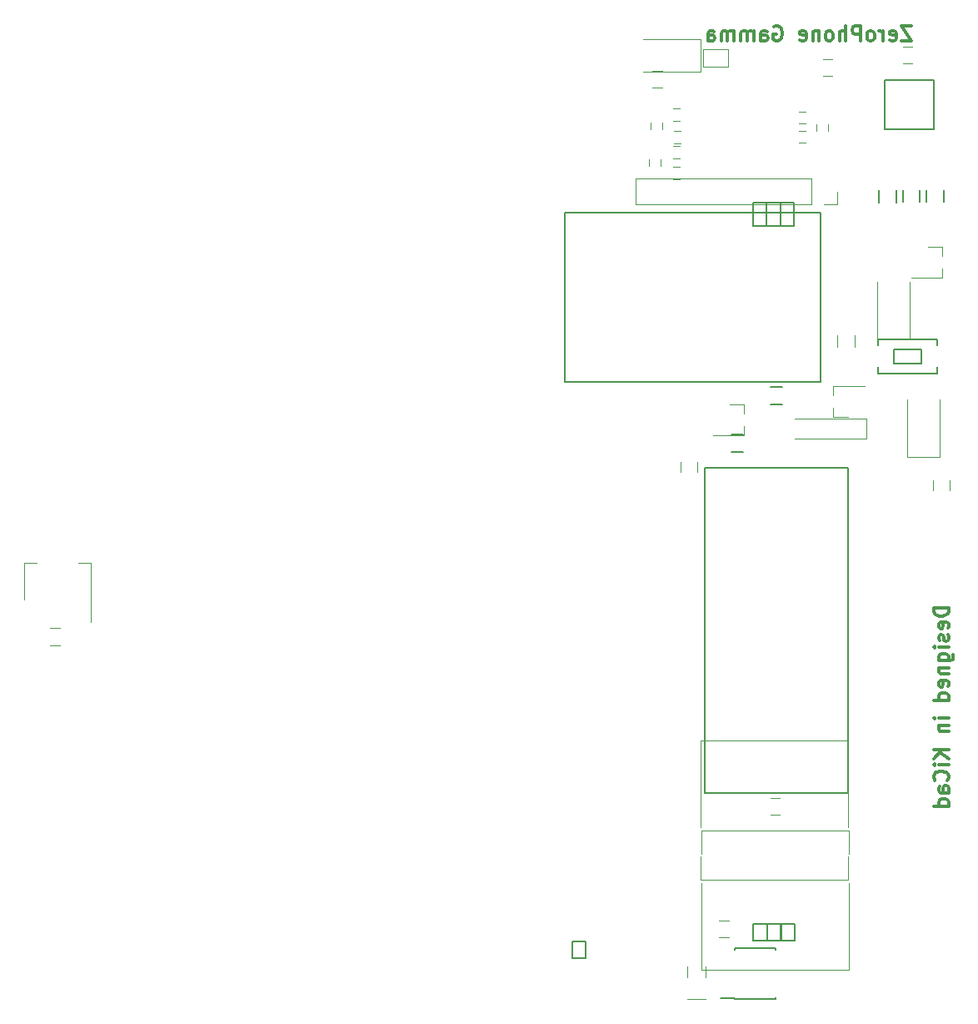
<source format=gbo>
%MOIN*%
%OFA0B0*%
%FSLAX46Y46*%
%IPPOS*%
%LPD*%
%ADD10C,0.0039370078740157488*%
%ADD11C,0.011811023622047244*%
%ADD12C,0.005905511811023622*%
%ADD13C,0.0047244094488188976*%
%ADD24C,0.0078740157480314977*%
%ADD25C,0.0078740157480314977*%
%ADD26C,0.0078740157480314977*%
%ADD27C,0.0078740157480314977*%
%ADD28C,0.0047244094488188976*%
%ADD29C,0.005905511811023622*%
%ADD30C,0.0078740157480314977*%
%ADD31C,0.0078740157480314977*%
%ADD32C,0.0078740157480314977*%
%LPD*%
G01G01*
D10*
D11*
X0003877061Y0001590323D02*
X0003818006Y0001590323D01*
X0003818006Y0001576263D01*
X0003820818Y0001567826D01*
X0003826443Y0001562202D01*
X0003832067Y0001559390D01*
X0003843316Y0001556578D01*
X0003851752Y0001556578D01*
X0003863001Y0001559390D01*
X0003868625Y0001562202D01*
X0003874249Y0001567826D01*
X0003877061Y0001576263D01*
X0003877061Y0001590323D01*
X0003874249Y0001508771D02*
X0003877061Y0001514395D01*
X0003877061Y0001525644D01*
X0003874249Y0001531268D01*
X0003868625Y0001534081D01*
X0003846128Y0001534081D01*
X0003840503Y0001531268D01*
X0003837691Y0001525644D01*
X0003837691Y0001514395D01*
X0003840503Y0001508771D01*
X0003846128Y0001505959D01*
X0003851752Y0001505959D01*
X0003857376Y0001534081D01*
X0003874249Y0001483462D02*
X0003877061Y0001477838D01*
X0003877061Y0001466589D01*
X0003874249Y0001460965D01*
X0003868625Y0001458153D01*
X0003865813Y0001458153D01*
X0003860188Y0001460965D01*
X0003857376Y0001466589D01*
X0003857376Y0001475025D01*
X0003854564Y0001480650D01*
X0003848940Y0001483462D01*
X0003846128Y0001483462D01*
X0003840503Y0001480650D01*
X0003837691Y0001475025D01*
X0003837691Y0001466589D01*
X0003840503Y0001460965D01*
X0003877061Y0001432843D02*
X0003837691Y0001432843D01*
X0003818006Y0001432843D02*
X0003820818Y0001435655D01*
X0003823631Y0001432843D01*
X0003820818Y0001430031D01*
X0003818006Y0001432843D01*
X0003823631Y0001432843D01*
X0003837691Y0001379412D02*
X0003885498Y0001379412D01*
X0003891122Y0001382225D01*
X0003893934Y0001385037D01*
X0003896746Y0001390661D01*
X0003896746Y0001399097D01*
X0003893934Y0001404722D01*
X0003874249Y0001379412D02*
X0003877061Y0001385037D01*
X0003877061Y0001396285D01*
X0003874249Y0001401910D01*
X0003871437Y0001404722D01*
X0003865813Y0001407534D01*
X0003848940Y0001407534D01*
X0003843316Y0001404722D01*
X0003840503Y0001401910D01*
X0003837691Y0001396285D01*
X0003837691Y0001385037D01*
X0003840503Y0001379412D01*
X0003837691Y0001351291D02*
X0003877061Y0001351291D01*
X0003843316Y0001351291D02*
X0003840503Y0001348479D01*
X0003837691Y0001342854D01*
X0003837691Y0001334418D01*
X0003840503Y0001328794D01*
X0003846128Y0001325981D01*
X0003877061Y0001325981D01*
X0003874249Y0001275363D02*
X0003877061Y0001280987D01*
X0003877061Y0001292236D01*
X0003874249Y0001297860D01*
X0003868625Y0001300672D01*
X0003846128Y0001300672D01*
X0003840503Y0001297860D01*
X0003837691Y0001292236D01*
X0003837691Y0001280987D01*
X0003840503Y0001275363D01*
X0003846128Y0001272551D01*
X0003851752Y0001272551D01*
X0003857376Y0001300672D01*
X0003877061Y0001221932D02*
X0003818006Y0001221932D01*
X0003874249Y0001221932D02*
X0003877061Y0001227556D01*
X0003877061Y0001238805D01*
X0003874249Y0001244429D01*
X0003871437Y0001247241D01*
X0003865813Y0001250054D01*
X0003848940Y0001250054D01*
X0003843316Y0001247241D01*
X0003840503Y0001244429D01*
X0003837691Y0001238805D01*
X0003837691Y0001227556D01*
X0003840503Y0001221932D01*
X0003877061Y0001148816D02*
X0003837691Y0001148816D01*
X0003818006Y0001148816D02*
X0003820818Y0001151628D01*
X0003823631Y0001148816D01*
X0003820818Y0001146004D01*
X0003818006Y0001148816D01*
X0003823631Y0001148816D01*
X0003837691Y0001120695D02*
X0003877061Y0001120695D01*
X0003843316Y0001120695D02*
X0003840503Y0001117882D01*
X0003837691Y0001112258D01*
X0003837691Y0001103822D01*
X0003840503Y0001098197D01*
X0003846128Y0001095385D01*
X0003877061Y0001095385D01*
X0003877061Y0001022269D02*
X0003818006Y0001022269D01*
X0003877061Y0000988524D02*
X0003843316Y0001013833D01*
X0003818006Y0000988524D02*
X0003851752Y0001022269D01*
X0003877061Y0000963214D02*
X0003837691Y0000963214D01*
X0003818006Y0000963214D02*
X0003820818Y0000966027D01*
X0003823631Y0000963214D01*
X0003820818Y0000960402D01*
X0003818006Y0000963214D01*
X0003823631Y0000963214D01*
X0003871437Y0000901347D02*
X0003874249Y0000904159D01*
X0003877061Y0000912596D01*
X0003877061Y0000918220D01*
X0003874249Y0000926656D01*
X0003868625Y0000932281D01*
X0003863001Y0000935093D01*
X0003851752Y0000937905D01*
X0003843316Y0000937905D01*
X0003832067Y0000935093D01*
X0003826443Y0000932281D01*
X0003820818Y0000926656D01*
X0003818006Y0000918220D01*
X0003818006Y0000912596D01*
X0003820818Y0000904159D01*
X0003823631Y0000901347D01*
X0003877061Y0000850728D02*
X0003846128Y0000850728D01*
X0003840503Y0000853541D01*
X0003837691Y0000859165D01*
X0003837691Y0000870413D01*
X0003840503Y0000876038D01*
X0003874249Y0000850728D02*
X0003877061Y0000856353D01*
X0003877061Y0000870413D01*
X0003874249Y0000876038D01*
X0003868625Y0000878850D01*
X0003863001Y0000878850D01*
X0003857376Y0000876038D01*
X0003854564Y0000870413D01*
X0003854564Y0000856353D01*
X0003851752Y0000850728D01*
X0003877061Y0000797298D02*
X0003818006Y0000797298D01*
X0003874249Y0000797298D02*
X0003877061Y0000802922D01*
X0003877061Y0000814170D01*
X0003874249Y0000819795D01*
X0003871437Y0000822607D01*
X0003865813Y0000825419D01*
X0003848940Y0000825419D01*
X0003843316Y0000822607D01*
X0003840503Y0000819795D01*
X0003837691Y0000814170D01*
X0003837691Y0000802922D01*
X0003840503Y0000797298D01*
X0003727514Y0003916150D02*
X0003688143Y0003916150D01*
X0003727514Y0003857095D01*
X0003688143Y0003857095D01*
X0003643149Y0003859907D02*
X0003648773Y0003857095D01*
X0003660022Y0003857095D01*
X0003665646Y0003859907D01*
X0003668458Y0003865532D01*
X0003668458Y0003888029D01*
X0003665646Y0003893653D01*
X0003660022Y0003896465D01*
X0003648773Y0003896465D01*
X0003643149Y0003893653D01*
X0003640337Y0003888029D01*
X0003640337Y0003882404D01*
X0003668458Y0003876780D01*
X0003615028Y0003857095D02*
X0003615028Y0003896465D01*
X0003615028Y0003885217D02*
X0003612215Y0003890841D01*
X0003609403Y0003893653D01*
X0003603779Y0003896465D01*
X0003598155Y0003896465D01*
X0003570033Y0003857095D02*
X0003575658Y0003859907D01*
X0003578470Y0003862719D01*
X0003581282Y0003868344D01*
X0003581282Y0003885217D01*
X0003578470Y0003890841D01*
X0003575658Y0003893653D01*
X0003570033Y0003896465D01*
X0003561597Y0003896465D01*
X0003555973Y0003893653D01*
X0003553160Y0003890841D01*
X0003550348Y0003885217D01*
X0003550348Y0003868344D01*
X0003553160Y0003862719D01*
X0003555973Y0003859907D01*
X0003561597Y0003857095D01*
X0003570033Y0003857095D01*
X0003525039Y0003857095D02*
X0003525039Y0003916150D01*
X0003502542Y0003916150D01*
X0003496917Y0003913338D01*
X0003494105Y0003910526D01*
X0003491293Y0003904902D01*
X0003491293Y0003896465D01*
X0003494105Y0003890841D01*
X0003496917Y0003888029D01*
X0003502542Y0003885217D01*
X0003525039Y0003885217D01*
X0003465984Y0003857095D02*
X0003465984Y0003916150D01*
X0003440674Y0003857095D02*
X0003440674Y0003888029D01*
X0003443487Y0003893653D01*
X0003449111Y0003896465D01*
X0003457547Y0003896465D01*
X0003463172Y0003893653D01*
X0003465984Y0003890841D01*
X0003404116Y0003857095D02*
X0003409741Y0003859907D01*
X0003412553Y0003862719D01*
X0003415365Y0003868344D01*
X0003415365Y0003885217D01*
X0003412553Y0003890841D01*
X0003409741Y0003893653D01*
X0003404116Y0003896465D01*
X0003395680Y0003896465D01*
X0003390056Y0003893653D01*
X0003387244Y0003890841D01*
X0003384431Y0003885217D01*
X0003384431Y0003868344D01*
X0003387244Y0003862719D01*
X0003390056Y0003859907D01*
X0003395680Y0003857095D01*
X0003404116Y0003857095D01*
X0003359122Y0003896465D02*
X0003359122Y0003857095D01*
X0003359122Y0003890841D02*
X0003356310Y0003893653D01*
X0003350686Y0003896465D01*
X0003342249Y0003896465D01*
X0003336625Y0003893653D01*
X0003333813Y0003888029D01*
X0003333813Y0003857095D01*
X0003283194Y0003859907D02*
X0003288818Y0003857095D01*
X0003300067Y0003857095D01*
X0003305691Y0003859907D01*
X0003308503Y0003865532D01*
X0003308503Y0003888029D01*
X0003305691Y0003893653D01*
X0003300067Y0003896465D01*
X0003288818Y0003896465D01*
X0003283194Y0003893653D01*
X0003280382Y0003888029D01*
X0003280382Y0003882404D01*
X0003308503Y0003876780D01*
X0003179145Y0003913338D02*
X0003184769Y0003916150D01*
X0003193205Y0003916150D01*
X0003201642Y0003913338D01*
X0003207266Y0003907714D01*
X0003210078Y0003902090D01*
X0003212890Y0003890841D01*
X0003212890Y0003882404D01*
X0003210078Y0003871156D01*
X0003207266Y0003865532D01*
X0003201642Y0003859907D01*
X0003193205Y0003857095D01*
X0003187581Y0003857095D01*
X0003179145Y0003859907D01*
X0003176332Y0003862719D01*
X0003176332Y0003882404D01*
X0003187581Y0003882404D01*
X0003125714Y0003857095D02*
X0003125714Y0003888029D01*
X0003128526Y0003893653D01*
X0003134150Y0003896465D01*
X0003145399Y0003896465D01*
X0003151023Y0003893653D01*
X0003125714Y0003859907D02*
X0003131338Y0003857095D01*
X0003145399Y0003857095D01*
X0003151023Y0003859907D01*
X0003153835Y0003865532D01*
X0003153835Y0003871156D01*
X0003151023Y0003876780D01*
X0003145399Y0003879592D01*
X0003131338Y0003879592D01*
X0003125714Y0003882404D01*
X0003097592Y0003857095D02*
X0003097592Y0003896465D01*
X0003097592Y0003890841D02*
X0003094780Y0003893653D01*
X0003089156Y0003896465D01*
X0003080719Y0003896465D01*
X0003075095Y0003893653D01*
X0003072283Y0003888029D01*
X0003072283Y0003857095D01*
X0003072283Y0003888029D02*
X0003069471Y0003893653D01*
X0003063847Y0003896465D01*
X0003055410Y0003896465D01*
X0003049786Y0003893653D01*
X0003046974Y0003888029D01*
X0003046974Y0003857095D01*
X0003018852Y0003857095D02*
X0003018852Y0003896465D01*
X0003018852Y0003890841D02*
X0003016040Y0003893653D01*
X0003010416Y0003896465D01*
X0003001979Y0003896465D01*
X0002996355Y0003893653D01*
X0002993543Y0003888029D01*
X0002993543Y0003857095D01*
X0002993543Y0003888029D02*
X0002990731Y0003893653D01*
X0002985106Y0003896465D01*
X0002976670Y0003896465D01*
X0002971046Y0003893653D01*
X0002968233Y0003888029D01*
X0002968233Y0003857095D01*
X0002914803Y0003857095D02*
X0002914803Y0003888029D01*
X0002917615Y0003893653D01*
X0002923239Y0003896465D01*
X0002934488Y0003896465D01*
X0002940112Y0003893653D01*
X0002914803Y0003859907D02*
X0002920427Y0003857095D01*
X0002934488Y0003857095D01*
X0002940112Y0003859907D01*
X0002942924Y0003865532D01*
X0002942924Y0003871156D01*
X0002940112Y0003876780D01*
X0002934488Y0003879592D01*
X0002920427Y0003879592D01*
X0002914803Y0003882404D01*
D12*
X0003149987Y0003211214D02*
X0003149987Y0003116725D01*
X0003205105Y0003211214D02*
X0003149987Y0003211214D01*
X0003205105Y0003116725D02*
X0003205105Y0003211214D01*
X0003149987Y0003116725D02*
X0003205105Y0003116725D01*
D13*
X0003058267Y0002404015D02*
X0003058267Y0002367401D01*
X0003058267Y0002279606D02*
X0003058267Y0002316220D01*
X0003058267Y0002279606D02*
X0002933858Y0002279606D01*
X0003058267Y0002404015D02*
X0003000787Y0002404015D01*
D12*
X0002342850Y0003170047D02*
X0003366472Y0003170047D01*
X0002342850Y0002492881D02*
X0002342850Y0003170047D01*
X0003366472Y0002492881D02*
X0002342850Y0002492881D01*
X0003366472Y0003170047D02*
X0003366472Y0002492881D01*
X0003858795Y0003212188D02*
X0003858795Y0003259433D01*
X0003789897Y0003259433D02*
X0003789897Y0003212188D01*
D13*
X0003262078Y0002347181D02*
X0003549480Y0002347181D01*
X0003549480Y0002347181D02*
X0003549480Y0002268440D01*
X0003549480Y0002268440D02*
X0003262078Y0002268440D01*
X0002996346Y0003754771D02*
X0002896346Y0003754771D01*
X0002896346Y0003824850D02*
X0002996346Y0003824850D01*
X0002896346Y0003824850D02*
X0002896346Y0003754771D01*
X0002996346Y0003754771D02*
X0002996346Y0003824850D01*
X0003416425Y0002353606D02*
X0003416425Y0002390220D01*
X0003416425Y0002478015D02*
X0003416425Y0002441401D01*
X0003416425Y0002478015D02*
X0003540834Y0002478015D01*
X0003416425Y0002353606D02*
X0003473905Y0002353606D01*
D12*
X0003165874Y0002404562D02*
X0003213118Y0002404562D01*
X0003213118Y0002473459D02*
X0003165874Y0002473459D01*
X0003762795Y0003212188D02*
X0003762795Y0003259433D01*
X0003693897Y0003259433D02*
X0003693897Y0003212188D01*
X0003667322Y0003211614D02*
X0003667322Y0003258858D01*
X0003598425Y0003258858D02*
X0003598425Y0003211614D01*
X0003056968Y0002283759D02*
X0003009724Y0002283759D01*
X0003009724Y0002214862D02*
X0003056968Y0002214862D01*
X0003020354Y0000027433D02*
X0003020354Y0000029401D01*
X0003183740Y0000027433D02*
X0003183740Y0000033141D01*
X0003183740Y0000230188D02*
X0003183740Y0000224480D01*
X0003020354Y0000230188D02*
X0003020354Y0000224480D01*
X0003020354Y0000027433D02*
X0003183740Y0000027433D01*
X0003020354Y0000230188D02*
X0003183740Y0000230188D01*
X0003020354Y0000029401D02*
X0002965236Y0000029401D01*
D13*
X0002905748Y0000112204D02*
X0002905748Y0000155511D01*
X0002830944Y0000112204D02*
X0002830944Y0000155511D01*
X0002903779Y0000027559D02*
X0002832913Y0000027559D01*
X0002883795Y0003862771D02*
X0002655448Y0003862771D01*
X0002883795Y0003732850D02*
X0002655448Y0003732850D01*
X0002883795Y0003862771D02*
X0002883795Y0003732850D01*
D12*
X0003818897Y0003700787D02*
X0003622047Y0003700787D01*
X0003622047Y0003700787D02*
X0003622047Y0003503937D01*
X0003622047Y0003503937D02*
X0003818897Y0003503937D01*
X0003818897Y0003503937D02*
X0003818897Y0003700787D01*
D13*
X0003163661Y0000830275D02*
X0003203031Y0000830275D01*
X0003203031Y0000763346D02*
X0003163661Y0000763346D01*
X0002693448Y0003737275D02*
X0002732818Y0003737275D01*
X0002732818Y0003670346D02*
X0002693448Y0003670346D01*
X0003373661Y0003785275D02*
X0003413031Y0003785275D01*
X0003413031Y0003718346D02*
X0003373661Y0003718346D01*
X0002804881Y0002132913D02*
X0002804881Y0002172283D01*
X0002871811Y0002172283D02*
X0002871811Y0002132913D01*
X0003733031Y0003768346D02*
X0003693661Y0003768346D01*
X0003693661Y0003835275D02*
X0003733031Y0003835275D01*
X0003814881Y0002061338D02*
X0003814881Y0002100708D01*
X0003881811Y0002100708D02*
X0003881811Y0002061338D01*
X0003277166Y0003448788D02*
X0003304725Y0003448788D01*
X0003304725Y0003496033D02*
X0003277166Y0003496033D01*
X0003395968Y0003497631D02*
X0003395968Y0003525190D01*
X0003348724Y0003525190D02*
X0003348724Y0003497631D01*
X0003304925Y0003575033D02*
X0003277366Y0003575033D01*
X0003277366Y0003527788D02*
X0003304925Y0003527788D01*
X0002801727Y0003352033D02*
X0002774168Y0003352033D01*
X0002774168Y0003304788D02*
X0002801727Y0003304788D01*
X0002726968Y0003356031D02*
X0002726968Y0003383590D01*
X0002679724Y0003383590D02*
X0002679724Y0003356031D01*
X0002774566Y0003388188D02*
X0002802125Y0003388188D01*
X0002802125Y0003435433D02*
X0002774566Y0003435433D01*
X0002804724Y0003495433D02*
X0002777165Y0003495433D01*
X0002777165Y0003448188D02*
X0002804724Y0003448188D01*
X0002731968Y0003503031D02*
X0002731968Y0003530590D01*
X0002684724Y0003530590D02*
X0002684724Y0003503031D01*
X0002774566Y0003538188D02*
X0002802125Y0003538188D01*
X0002802125Y0003585433D02*
X0002774566Y0003585433D01*
X0002998031Y0000273346D02*
X0002958661Y0000273346D01*
X0002958661Y0000340275D02*
X0002998031Y0000340275D01*
D12*
X0002425905Y0000256555D02*
X0002425905Y0000189625D01*
X0002370787Y0000256555D02*
X0002425905Y0000256555D01*
X0002370787Y0000189625D02*
X0002370787Y0000256555D01*
X0002370787Y0000256555D02*
X0002425905Y0000256555D01*
X0002370787Y0000189625D02*
X0002425905Y0000189625D01*
X0003204387Y0003210914D02*
X0003204387Y0003116425D01*
X0003259505Y0003210914D02*
X0003204387Y0003210914D01*
X0003259505Y0003116425D02*
X0003259505Y0003210914D01*
X0003204387Y0003116425D02*
X0003259505Y0003116425D01*
X0003149705Y0003116325D02*
X0003149705Y0003210814D01*
X0003094587Y0003116325D02*
X0003149705Y0003116325D01*
X0003094587Y0003210814D02*
X0003094587Y0003116325D01*
X0003149705Y0003210814D02*
X0003094587Y0003210814D01*
X0003208405Y0000326496D02*
X0003208405Y0000259566D01*
X0003153287Y0000326496D02*
X0003208405Y0000326496D01*
X0003153287Y0000259566D02*
X0003153287Y0000326496D01*
X0003153287Y0000326496D02*
X0003208405Y0000326496D01*
X0003153287Y0000259566D02*
X0003208405Y0000259566D01*
X0003260905Y0000326496D02*
X0003260905Y0000259566D01*
X0003205787Y0000326496D02*
X0003260905Y0000326496D01*
X0003205787Y0000259566D02*
X0003205787Y0000326496D01*
X0003205787Y0000326496D02*
X0003260905Y0000326496D01*
X0003205787Y0000259566D02*
X0003260905Y0000259566D01*
X0003150905Y0000326496D02*
X0003150905Y0000259566D01*
X0003095787Y0000326496D02*
X0003150905Y0000326496D01*
X0003095787Y0000259566D02*
X0003095787Y0000326496D01*
X0003095787Y0000326496D02*
X0003150905Y0000326496D01*
X0003095787Y0000259566D02*
X0003150905Y0000259566D01*
D13*
X0003475885Y0000504311D02*
X0003475885Y0000596043D01*
X0002885728Y0000504311D02*
X0002885728Y0000596043D01*
X0003475885Y0000504311D02*
X0002885728Y0000504311D01*
X0003475885Y0001059035D02*
X0002885728Y0001059035D01*
X0003475885Y0000712578D02*
X0003475885Y0001059035D01*
X0002885728Y0000712578D02*
X0002885728Y0001059035D01*
X0002887307Y0000698692D02*
X0002887307Y0000606960D01*
X0003477464Y0000698692D02*
X0003477464Y0000606960D01*
X0002887307Y0000698692D02*
X0003477464Y0000698692D01*
X0002887307Y0000143968D02*
X0003477464Y0000143968D01*
X0002887307Y0000490425D02*
X0002887307Y0000143968D01*
X0003477464Y0000490425D02*
X0003477464Y0000143968D01*
D12*
X0002901212Y0000851590D02*
X0002901212Y0002150803D01*
X0003476015Y0000851590D02*
X0002901212Y0000851590D01*
X0003476015Y0002150803D02*
X0003476015Y0000851590D01*
X0002901212Y0002150803D02*
X0003476015Y0002150803D01*
D13*
X0003721307Y0002664362D02*
X0003721307Y0002892708D01*
X0003591385Y0002664362D02*
X0003591385Y0002892708D01*
X0003721307Y0002664362D02*
X0003591385Y0002664362D01*
X0003843307Y0002194362D02*
X0003843307Y0002422708D01*
X0003713385Y0002194362D02*
X0003713385Y0002422708D01*
X0003843307Y0002194362D02*
X0003713385Y0002194362D01*
X0003328946Y0003202448D02*
X0002626584Y0003202448D01*
X0002626584Y0003202448D02*
X0002626584Y0003307173D01*
X0002626584Y0003307173D02*
X0003328946Y0003307173D01*
X0003328946Y0003307173D02*
X0003328946Y0003202448D01*
X0003378946Y0003202448D02*
X0003431308Y0003202448D01*
X0003431308Y0003202448D02*
X0003431308Y0003254811D01*
X0003853012Y0003035215D02*
X0003853012Y0002998601D01*
X0003853012Y0002910806D02*
X0003853012Y0002947420D01*
X0003853012Y0002910806D02*
X0003728603Y0002910806D01*
X0003853012Y0003035215D02*
X0003795532Y0003035215D01*
X0003433100Y0002680083D02*
X0003433100Y0002632839D01*
X0003502392Y0002632839D02*
X0003502392Y0002680083D01*
D12*
X0003658028Y0002568251D02*
X0003768264Y0002568251D01*
X0003768264Y0002568251D02*
X0003768264Y0002623370D01*
X0003768264Y0002623370D02*
X0003658028Y0002623370D01*
X0003658028Y0002623370D02*
X0003658028Y0002568251D01*
X0003831256Y0002526913D02*
X0003831256Y0002552503D01*
X0003831256Y0002664708D02*
X0003831256Y0002639118D01*
X0003595036Y0002639118D02*
X0003595036Y0002664708D01*
X0003595036Y0002526913D02*
X0003595036Y0002552503D01*
X0003831256Y0002526913D02*
X0003595036Y0002526913D01*
X0003595036Y0002664708D02*
X0003831256Y0002664708D01*
G04 next file*
G04 Gerber Fmt 4.6, Leading zero omitted, Abs format (unit mm)*
G04 Created by KiCad (PCBNEW 4.0.4-stable) date 05/07/17 02:49:31*
G01G01*
G04 APERTURE LIST*
G04 APERTURE END LIST*
D24*
G04 next file*
G04 Gerber Fmt 4.6, Leading zero omitted, Abs format (unit mm)*
G04 Created by KiCad (PCBNEW 4.0.4-stable) date 05/07/17 05:40:39*
G01G01*
G04 APERTURE LIST*
G04 APERTURE END LIST*
D25*
G04 next file*
G04 Gerber Fmt 4.6, Leading zero omitted, Abs format (unit mm)*
G04 Created by KiCad (PCBNEW 4.0.4-stable) date 05/07/17 06:05:31*
G01G01*
G04 APERTURE LIST*
G04 APERTURE END LIST*
D26*
G04 next file*
G04 Gerber Fmt 4.6, Leading zero omitted, Abs format (unit mm)*
G04 Created by KiCad (PCBNEW 4.0.4-stable) date 03/14/17 02:45:12*
G01G01*
G04 APERTURE LIST*
G04 APERTURE END LIST*
D27*
D28*
X0000320708Y0001441811D02*
X0000281338Y0001441811D01*
X0000281338Y0001508740D02*
X0000320708Y0001508740D01*
X0000177559Y0001770472D02*
X0000227165Y0001770472D01*
X0000446062Y0001770472D02*
X0000396456Y0001770472D01*
X0000177559Y0001622440D02*
X0000177559Y0001770472D01*
X0000446062Y0001533858D02*
X0000446062Y0001770472D01*
G04 next file*
G04 Gerber Fmt 4.6, Leading zero omitted, Abs format (unit mm)*
G04 Created by KiCad (PCBNEW 4.0.4-stable) date 03/14/17 04:06:51*
G01G01*
G04 APERTURE LIST*
G04 APERTURE END LIST*
D29*
G04 next file*
G04 Gerber Fmt 4.6, Leading zero omitted, Abs format (unit mm)*
G04 Created by KiCad (PCBNEW 4.0.4-stable) date 05/07/17 07:19:11*
G01G01*
G04 APERTURE LIST*
G04 APERTURE END LIST*
D30*
G04 next file*
G04 Gerber Fmt 4.6, Leading zero omitted, Abs format (unit mm)*
G04 Created by KiCad (PCBNEW 4.0.4-stable) date 05/07/17 05:40:39*
G01G01*
G04 APERTURE LIST*
G04 APERTURE END LIST*
D31*
G04 next file*
G04 Gerber Fmt 4.6, Leading zero omitted, Abs format (unit mm)*
G04 Created by KiCad (PCBNEW 4.0.4-stable) date 05/08/17 19:25:46*
G01G01*
G04 APERTURE LIST*
G04 APERTURE END LIST*
D32*
M02*
</source>
